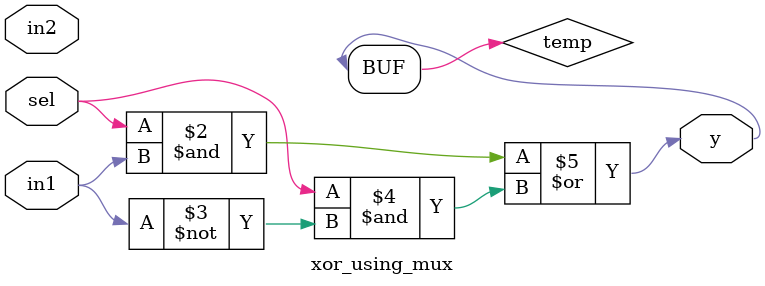
<source format=v>
module xor_using_mux(in1,in2,sel,y);
	input in1,in2;
	input sel;
	output y;
	reg temp;
	
	
	
	
always@(*)
	begin
		
	temp = (sel & in1) | (sel & ~in1);

end
assign y = temp;
endmodule


</source>
